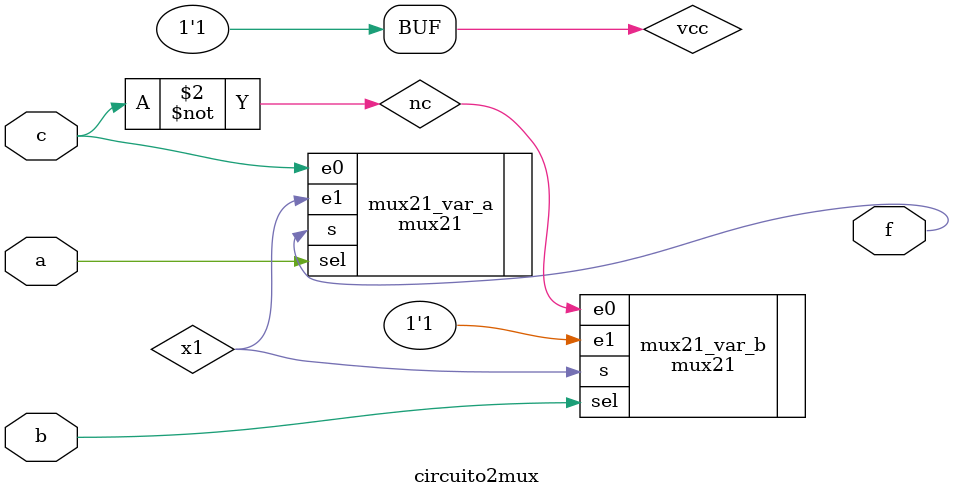
<source format=v>
module circuito2mux (
    input	a,
    input	b,
    input	c,
    output	f);

    wire x1, nc, vcc;
    not(nc, c);

    mux21 mux21_var_a(
        .sel(a),.e1(x1),.e0(c),.s(f) 
    );
    
	mux21 mux21_var_b(
        .sel(b),.e1(vcc),.e0(nc),.s(x1) 
    );
	or(vcc, nc, c);

endmodule


</source>
